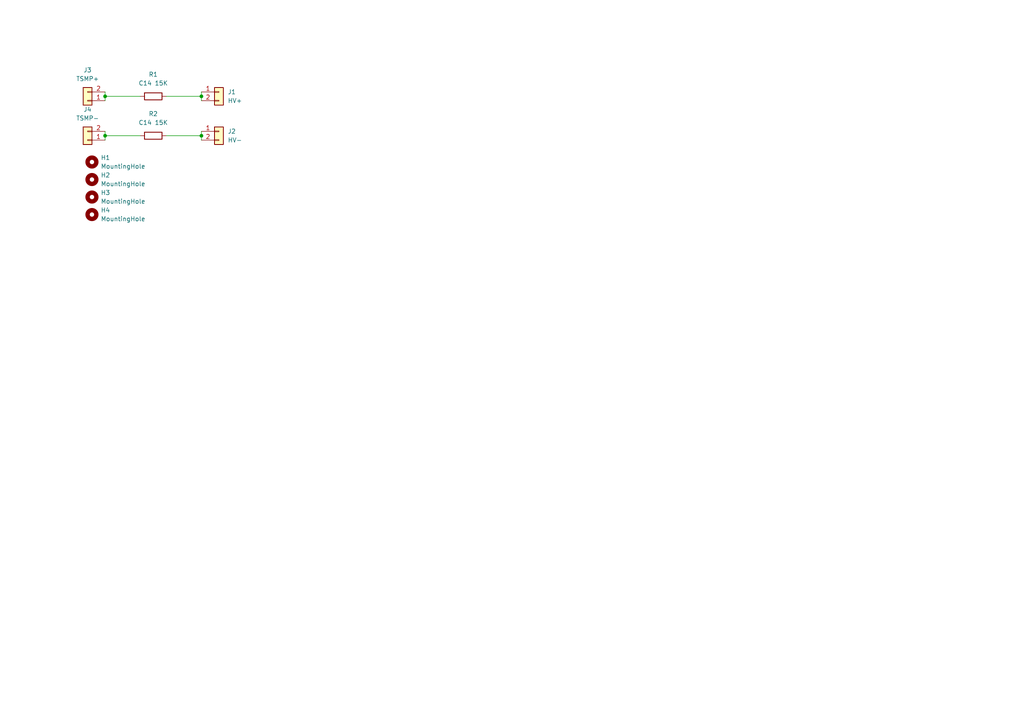
<source format=kicad_sch>
(kicad_sch (version 20230121) (generator eeschema)
  (paper "A4")
  (lib_symbols
    (symbol "Connector_Generic:Conn_01x02" (pin_names (offset 1.016) hide)
      (property "Reference" "J" (at 0 2.54 0))
      (property "Value" "Conn_01x02" (at 0 -5.08 0))
      (symbol "Conn_01x02_1_1"
        (rectangle (start -1.27 -2.413) (end 0 -2.667) (stroke (width 0.1524)))
        (rectangle (start -1.27 0.127) (end 0 -0.127) (stroke (width 0.1524)))
        (rectangle (start -1.27 1.27) (end 1.27 -3.81) (stroke (width 0.254)) (fill (type background)))
        (pin passive line (at -5.08 0 0) (length 3.81) (name "Pin_1") (number "1"))
        (pin passive line (at -5.08 -2.54 0) (length 3.81) (name "Pin_2") (number "2"))
      )
    )
    (symbol "Device:R" (pin_numbers hide) (pin_names (offset 0))
      (property "Reference" "R" (at 2.032 0 90))
      (property "Value" "R" (at 0 0 90))
      (symbol "R_0_1"
        (rectangle (start -1.016 -2.54) (end 1.016 2.54) (stroke (width 0.254)))
      )
      (symbol "R_1_1"
        (pin passive line (at 0 3.81 270) (length 1.27) (name "~") (number "1"))
        (pin passive line (at 0 -3.81 90) (length 1.27) (name "~") (number "2"))
      )
    )
    (symbol "Mechanical:MountingHole" (pin_names (offset 1.016))
      (property "Reference" "H" (at 0 5.08 0))
      (property "Value" "MountingHole" (at 0 3.175 0))
      (symbol "MountingHole_0_1"
        (circle (center 0 0) (radius 1.27) (stroke (width 1.27)))
      )
    )
  )
  (junction (at 30.48 39.37))
  (junction (at 58.42 39.37))
  (junction (at 30.48 27.94))
  (junction (at 58.42 27.94))
  (wire (pts (xy 48.26 27.94) (xy 58.42 27.94)))
  (wire (pts (xy 30.48 26.67) (xy 30.48 27.94)))
  (wire (pts (xy 58.42 27.94) (xy 58.42 29.21)))
  (wire (pts (xy 58.42 39.37) (xy 58.42 40.64)))
  (wire (pts (xy 30.48 39.37) (xy 40.64 39.37)))
  (wire (pts (xy 58.42 38.1) (xy 58.42 39.37)))
  (wire (pts (xy 58.42 26.67) (xy 58.42 27.94)))
  (wire (pts (xy 30.48 38.1) (xy 30.48 39.37)))
  (wire (pts (xy 30.48 27.94) (xy 30.48 29.21)))
  (wire (pts (xy 30.48 27.94) (xy 40.64 27.94)))
  (wire (pts (xy 48.26 39.37) (xy 58.42 39.37)))
  (wire (pts (xy 30.48 39.37) (xy 30.48 40.64)))
  (symbol (lib_id "Mechanical:MountingHole") (at 26.67 57.15 0) (unit 1)
    (property "Reference" "H3" (at 29.21 55.88 0) (effects (justify left)))
    (property "Value" "MountingHole" (at 29.21 58.42 0) (effects (justify left)))
    (property "Footprint" "MountingHole:MountingHole_4.3mm_M4_DIN965" (effects hide))
  )
  (symbol (lib_id "Device:R") (at 44.45 27.94 90) (unit 1)
    (property "Reference" "R1" (at 44.45 21.59 90))
    (property "Value" "C14 15K" (at 44.45 24.13 90))
    (property "Footprint" "Resistor_THT:R_Axial_Power_L60.0mm_W14.0mm_P71.12mm" (effects hide))
  )
  (symbol (lib_id "Connector_Generic:Conn_01x02") (at 25.4 40.64 180) (unit 1)
    (property "Reference" "J4" (at 25.4 31.75 0))
    (property "Value" "TSMP-" (at 25.4 34.29 0))
    (property "Footprint" "SamacSys_Parts:DF33C2P33DSA24" (effects hide))
  )
  (symbol (lib_id "Connector_Generic:Conn_01x02") (at 63.5 38.1 0) (unit 1)
    (property "Reference" "J2" (at 66.04 38.1 0) (effects (justify left)))
    (property "Value" "HV-" (at 66.04 40.64 0) (effects (justify left)))
    (property "Footprint" "SamacSys_Parts:DF33C2P33DSA24" (effects hide))
  )
  (symbol (lib_id "Connector_Generic:Conn_01x02") (at 25.4 29.21 180) (unit 1)
    (property "Reference" "J3" (at 25.4 20.32 0))
    (property "Value" "TSMP+" (at 25.4 22.86 0))
    (property "Footprint" "SamacSys_Parts:DF33C2P33DSA24" (effects hide))
  )
  (symbol (lib_id "Mechanical:MountingHole") (at 26.67 62.23 0) (unit 1)
    (property "Reference" "H4" (at 29.21 60.96 0) (effects (justify left)))
    (property "Value" "MountingHole" (at 29.21 63.5 0) (effects (justify left)))
    (property "Footprint" "MountingHole:MountingHole_4.3mm_M4_DIN965" (effects hide))
  )
  (symbol (lib_id "Device:R") (at 44.45 39.37 90) (unit 1)
    (property "Reference" "R2" (at 44.45 33.02 90))
    (property "Value" "C14 15K" (at 44.45 35.56 90))
    (property "Footprint" "Resistor_THT:R_Axial_Power_L60.0mm_W14.0mm_P71.12mm" (effects hide))
  )
  (symbol (lib_id "Mechanical:MountingHole") (at 26.67 52.07 0) (unit 1)
    (property "Reference" "H2" (at 29.21 50.8 0) (effects (justify left)))
    (property "Value" "MountingHole" (at 29.21 53.34 0) (effects (justify left)))
    (property "Footprint" "MountingHole:MountingHole_4.3mm_M4_DIN965" (effects hide))
  )
  (symbol (lib_id "Mechanical:MountingHole") (at 26.67 46.99 0) (unit 1)
    (property "Reference" "H1" (at 29.21 45.72 0) (effects (justify left)))
    (property "Value" "MountingHole" (at 29.21 48.26 0) (effects (justify left)))
    (property "Footprint" "MountingHole:MountingHole_4.3mm_M4_DIN965" (effects hide))
  )
  (symbol (lib_id "Connector_Generic:Conn_01x02") (at 63.5 26.67 0) (unit 1)
    (property "Reference" "J1" (at 66.04 26.67 0) (effects (justify left)))
    (property "Value" "HV+" (at 66.04 29.21 0) (effects (justify left)))
    (property "Footprint" "SamacSys_Parts:DF33C2P33DSA24" (effects hide))
  )
)
</source>
